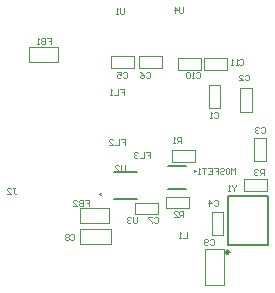
<source format=gbo>
G04*
G04 #@! TF.GenerationSoftware,Altium Limited,Altium Designer,19.1.1 (5)*
G04*
G04 Layer_Color=32896*
%FSLAX25Y25*%
%MOIN*%
G70*
G01*
G75*
%ADD11C,0.00394*%
%ADD54C,0.00600*%
%ADD55C,0.01000*%
%ADD56C,0.00472*%
D11*
X10535Y36152D02*
X11191D01*
X10863D01*
Y34512D01*
X11191Y34184D01*
X11519D01*
X11847Y34512D01*
X8567Y34184D02*
X9879D01*
X8567Y35496D01*
Y35824D01*
X8895Y36152D01*
X9551D01*
X9879Y35824D01*
X77389Y61041D02*
X77717Y61369D01*
X78373D01*
X78701Y61041D01*
Y59729D01*
X78373Y59401D01*
X77717D01*
X77389Y59729D01*
X76733Y59401D02*
X76077D01*
X76405D01*
Y61369D01*
X76733Y61041D01*
X87861Y73566D02*
X88189Y73893D01*
X88845D01*
X89173Y73566D01*
Y72254D01*
X88845Y71926D01*
X88189D01*
X87861Y72254D01*
X85893Y71926D02*
X87205D01*
X85893Y73238D01*
Y73566D01*
X86221Y73893D01*
X86877D01*
X87205Y73566D01*
X93216Y56167D02*
X93544Y56495D01*
X94200D01*
X94528Y56167D01*
Y54856D01*
X94200Y54528D01*
X93544D01*
X93216Y54856D01*
X92560Y56167D02*
X92232Y56495D01*
X91576D01*
X91248Y56167D01*
Y55840D01*
X91576Y55511D01*
X91904D01*
X91576D01*
X91248Y55184D01*
Y54856D01*
X91576Y54528D01*
X92232D01*
X92560Y54856D01*
X77389Y31876D02*
X77717Y32204D01*
X78373D01*
X78701Y31876D01*
Y30564D01*
X78373Y30236D01*
X77717D01*
X77389Y30564D01*
X75749Y30236D02*
Y32204D01*
X76733Y31220D01*
X75421D01*
X47231Y74356D02*
X47559Y74684D01*
X48215D01*
X48543Y74356D01*
Y73045D01*
X48215Y72716D01*
X47559D01*
X47231Y73045D01*
X45263Y74684D02*
X46575D01*
Y73700D01*
X45919Y74028D01*
X45592D01*
X45263Y73700D01*
Y73045D01*
X45592Y72716D01*
X46248D01*
X46575Y73045D01*
X54869Y74356D02*
X55197Y74684D01*
X55853D01*
X56181Y74356D01*
Y73045D01*
X55853Y72716D01*
X55197D01*
X54869Y73045D01*
X52901Y74684D02*
X53557Y74356D01*
X54213Y73700D01*
Y73045D01*
X53885Y72716D01*
X53229D01*
X52901Y73045D01*
Y73373D01*
X53229Y73700D01*
X54213D01*
X57528Y26116D02*
X57856Y26444D01*
X58512D01*
X58840Y26116D01*
Y24804D01*
X58512Y24476D01*
X57856D01*
X57528Y24804D01*
X56872Y26444D02*
X55561D01*
Y26116D01*
X56872Y24804D01*
Y24476D01*
X29672Y20459D02*
X30000Y20787D01*
X30656D01*
X30984Y20459D01*
Y19147D01*
X30656Y18819D01*
X30000D01*
X29672Y19147D01*
X29016Y20459D02*
X28688Y20787D01*
X28032D01*
X27705Y20459D01*
Y20131D01*
X28032Y19803D01*
X27705Y19475D01*
Y19147D01*
X28032Y18819D01*
X28688D01*
X29016Y19147D01*
Y19475D01*
X28688Y19803D01*
X29016Y20131D01*
Y20459D01*
X28688Y19803D02*
X28032D01*
X76168Y18726D02*
X76496Y19054D01*
X77152D01*
X77480Y18726D01*
Y17414D01*
X77152Y17086D01*
X76496D01*
X76168Y17414D01*
X75512D02*
X75185Y17086D01*
X74528D01*
X74200Y17414D01*
Y18726D01*
X74528Y19054D01*
X75185D01*
X75512Y18726D01*
Y18398D01*
X75185Y18070D01*
X74200D01*
X71657Y74353D02*
X71985Y74680D01*
X72641D01*
X72969Y74353D01*
Y73041D01*
X72641Y72713D01*
X71985D01*
X71657Y73041D01*
X71001Y72713D02*
X70345D01*
X70673D01*
Y74680D01*
X71001Y74353D01*
X69361D02*
X69033Y74680D01*
X68377D01*
X68049Y74353D01*
Y73041D01*
X68377Y72713D01*
X69033D01*
X69361Y73041D01*
Y74353D01*
X86011Y78884D02*
X86339Y79212D01*
X86995D01*
X87323Y78884D01*
Y77572D01*
X86995Y77244D01*
X86339D01*
X86011Y77572D01*
X85355Y77244D02*
X84699D01*
X85027D01*
Y79212D01*
X85355Y78884D01*
X83715Y77244D02*
X83059D01*
X83387D01*
Y79212D01*
X83715Y78884D01*
X21798Y86141D02*
X23110D01*
Y85157D01*
X22454D01*
X23110D01*
Y84173D01*
X21142Y86141D02*
Y84173D01*
X20158D01*
X19830Y84501D01*
Y84829D01*
X20158Y85157D01*
X21142D01*
X20158D01*
X19830Y85485D01*
Y85813D01*
X20158Y86141D01*
X21142D01*
X19174Y84173D02*
X18519D01*
X18846D01*
Y86141D01*
X19174Y85813D01*
X34505Y32204D02*
X35816D01*
Y31220D01*
X35160D01*
X35816D01*
Y30236D01*
X33849Y32204D02*
Y30236D01*
X32865D01*
X32537Y30564D01*
Y30892D01*
X32865Y31220D01*
X33849D01*
X32865D01*
X32537Y31548D01*
Y31876D01*
X32865Y32204D01*
X33849D01*
X30569Y30236D02*
X31881D01*
X30569Y31548D01*
Y31876D01*
X30897Y32204D01*
X31553D01*
X31881Y31876D01*
X46168Y69015D02*
X47480D01*
Y68031D01*
X46824D01*
X47480D01*
Y67047D01*
X45513Y69015D02*
Y67047D01*
X44201D01*
X43545D02*
X42889D01*
X43217D01*
Y69015D01*
X43545Y68687D01*
X46445Y52452D02*
X47756D01*
Y51468D01*
X47101D01*
X47756D01*
Y50485D01*
X45789Y52452D02*
Y50485D01*
X44477D01*
X42509D02*
X43821D01*
X42509Y51797D01*
Y52125D01*
X42837Y52452D01*
X43493D01*
X43821Y52125D01*
X54869Y48149D02*
X56181D01*
Y47165D01*
X55525D01*
X56181D01*
Y46181D01*
X54213Y48149D02*
Y46181D01*
X52901D01*
X52245Y47821D02*
X51917Y48149D01*
X51262D01*
X50933Y47821D01*
Y47493D01*
X51262Y47165D01*
X51589D01*
X51262D01*
X50933Y46837D01*
Y46509D01*
X51262Y46181D01*
X51917D01*
X52245Y46509D01*
X68539Y21496D02*
Y19528D01*
X67227D01*
X66571D02*
X65915D01*
X66243D01*
Y21496D01*
X66571Y21168D01*
X84638Y40892D02*
Y42860D01*
X83982Y42204D01*
X83326Y42860D01*
Y40892D01*
X81686Y42860D02*
X82342D01*
X82670Y42532D01*
Y41220D01*
X82342Y40892D01*
X81686D01*
X81358Y41220D01*
Y42532D01*
X81686Y42860D01*
X79390Y42532D02*
X79718Y42860D01*
X80374D01*
X80702Y42532D01*
Y42204D01*
X80374Y41876D01*
X79718D01*
X79390Y41548D01*
Y41220D01*
X79718Y40892D01*
X80374D01*
X80702Y41220D01*
X77422Y42860D02*
X78734D01*
Y41876D01*
X78078D01*
X78734D01*
Y40892D01*
X75455Y42860D02*
X76767D01*
Y40892D01*
X75455D01*
X76767Y41876D02*
X76111D01*
X74799Y42860D02*
X73487D01*
X74143D01*
Y40892D01*
X72831D02*
X72175D01*
X72503D01*
Y42860D01*
X72831Y42532D01*
X66461Y51251D02*
Y53219D01*
X65477D01*
X65149Y52891D01*
Y52235D01*
X65477Y51907D01*
X66461D01*
X65805D02*
X65149Y51251D01*
X64493D02*
X63837D01*
X64165D01*
Y53219D01*
X64493Y52891D01*
X67323Y26378D02*
Y28346D01*
X66339D01*
X66011Y28018D01*
Y27362D01*
X66339Y27034D01*
X67323D01*
X66667D02*
X66011Y26378D01*
X64043D02*
X65355D01*
X64043Y27690D01*
Y28018D01*
X64371Y28346D01*
X65027D01*
X65355Y28018D01*
X94173Y40512D02*
Y42480D01*
X93189D01*
X92861Y42152D01*
Y41496D01*
X93189Y41168D01*
X94173D01*
X93517D02*
X92861Y40512D01*
X92205Y42152D02*
X91877Y42480D01*
X91221D01*
X90894Y42152D01*
Y41824D01*
X91221Y41496D01*
X91549D01*
X91221D01*
X90894Y41168D01*
Y40840D01*
X91221Y40512D01*
X91877D01*
X92205Y40840D01*
X47480Y95999D02*
Y94359D01*
X47152Y94031D01*
X46496D01*
X46168Y94359D01*
Y95999D01*
X45513Y94031D02*
X44857D01*
X45184D01*
Y95999D01*
X45513Y95671D01*
X47756Y43876D02*
Y42237D01*
X47429Y41908D01*
X46773D01*
X46445Y42237D01*
Y43876D01*
X44477Y41908D02*
X45789D01*
X44477Y43220D01*
Y43548D01*
X44805Y43876D01*
X45461D01*
X45789Y43548D01*
X51764Y26444D02*
Y24804D01*
X51436Y24476D01*
X50780D01*
X50452Y24804D01*
Y26444D01*
X49796Y26116D02*
X49468Y26444D01*
X48812D01*
X48484Y26116D01*
Y25788D01*
X48812Y25460D01*
X49140D01*
X48812D01*
X48484Y25132D01*
Y24804D01*
X48812Y24476D01*
X49468D01*
X49796Y24804D01*
X67323Y96338D02*
Y94698D01*
X66995Y94370D01*
X66339D01*
X66011Y94698D01*
Y96338D01*
X64371Y94370D02*
Y96338D01*
X65355Y95354D01*
X64043D01*
X84961Y37204D02*
Y36876D01*
X84305Y36220D01*
X83649Y36876D01*
Y37204D01*
X84305Y36220D02*
Y35236D01*
X82993D02*
X82337D01*
X82665D01*
Y37204D01*
X82993Y36876D01*
D54*
X71049Y41327D02*
G03*
X71049Y41908I74J291D01*
G01*
X39784Y34184D02*
G03*
X39784Y33603I-74J-291D01*
G01*
X62239Y43499D02*
X68139D01*
X62239Y35799D02*
X68139D01*
X44031Y41382D02*
X51764D01*
X44031Y32311D02*
X51764D01*
X82186Y16957D02*
Y33394D01*
X95550D01*
Y16957D02*
Y33394D01*
X82186Y16957D02*
X95550D01*
D55*
X82591Y14708D02*
G03*
X82591Y14708I-572J0D01*
G01*
D56*
X61660Y29389D02*
X69338D01*
Y33216D01*
X61660D02*
X69338D01*
X61660Y29389D02*
Y33216D01*
X58840Y27383D02*
Y31209D01*
X51162Y27383D02*
X58840D01*
X51162D02*
Y31209D01*
X58840D01*
X32728Y24476D02*
Y29398D01*
X42474D01*
Y24476D02*
Y29398D01*
X32728Y24476D02*
X42474D01*
X32786Y22319D02*
X43310D01*
X32786Y17397D02*
Y22319D01*
Y17397D02*
X43310D01*
Y22319D01*
X74532Y3653D02*
Y15858D01*
X80831D01*
X74532Y3653D02*
X80831D01*
Y15858D01*
X76751Y28021D02*
X80578D01*
Y20343D02*
Y28021D01*
X76751Y20343D02*
X80578D01*
X76751D02*
Y28021D01*
X87655Y35129D02*
X95334D01*
Y38956D01*
X87655D02*
X95334D01*
X87655Y35129D02*
Y38956D01*
X90981Y44920D02*
X94808D01*
X90981D02*
Y52598D01*
X94808D01*
Y44920D02*
Y52598D01*
X86215Y69257D02*
X90042D01*
Y61579D02*
Y69257D01*
X86215Y61579D02*
X90042D01*
X86215D02*
Y69257D01*
X75692Y70360D02*
X79519D01*
Y62682D02*
Y70360D01*
X75692Y62682D02*
X79519D01*
X75692D02*
Y70360D01*
X74238Y75570D02*
Y79397D01*
X81917D01*
Y75570D02*
Y79397D01*
X74238Y75570D02*
X81917D01*
X73140Y75564D02*
Y79391D01*
X65461Y75564D02*
X73140D01*
X65461D02*
Y79391D01*
X73140D01*
X52569Y76121D02*
Y79948D01*
X60247D01*
Y76121D02*
Y79948D01*
X52569Y76121D02*
X60247D01*
X50935Y76194D02*
Y80020D01*
X43257Y76194D02*
X50935D01*
X43257D02*
Y80020D01*
X50935D01*
X15766Y78098D02*
Y83020D01*
X25512D01*
Y78098D02*
Y83020D01*
X15766Y78098D02*
X25512D01*
X71340Y44844D02*
Y48670D01*
X63662Y44844D02*
X71340D01*
X63662D02*
Y48670D01*
X71340D01*
M02*

</source>
